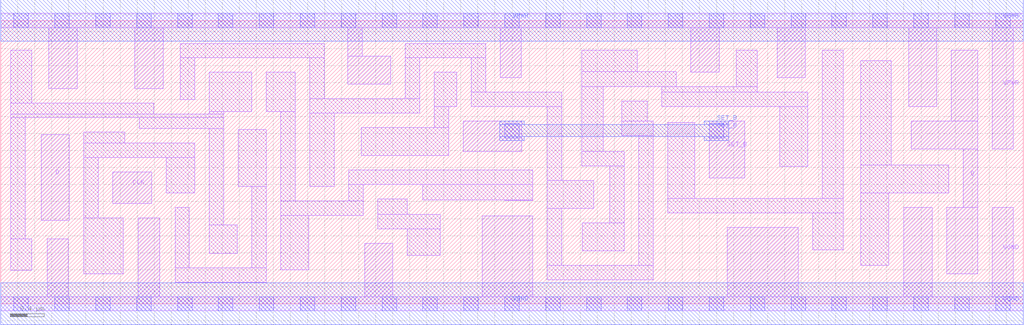
<source format=lef>
# Copyright 2020 The SkyWater PDK Authors
#
# Licensed under the Apache License, Version 2.0 (the "License");
# you may not use this file except in compliance with the License.
# You may obtain a copy of the License at
#
#     https://www.apache.org/licenses/LICENSE-2.0
#
# Unless required by applicable law or agreed to in writing, software
# distributed under the License is distributed on an "AS IS" BASIS,
# WITHOUT WARRANTIES OR CONDITIONS OF ANY KIND, either express or implied.
# See the License for the specific language governing permissions and
# limitations under the License.
#
# SPDX-License-Identifier: Apache-2.0

VERSION 5.7 ;
  NAMESCASESENSITIVE ON ;
  NOWIREEXTENSIONATPIN ON ;
  DIVIDERCHAR "/" ;
  BUSBITCHARS "[]" ;
UNITS
  DATABASE MICRONS 200 ;
END UNITS
MACRO sky130_fd_sc_ms__dfstp_2
  CLASS CORE ;
  SOURCE USER ;
  FOREIGN sky130_fd_sc_ms__dfstp_2 ;
  ORIGIN  0.000000  0.000000 ;
  SIZE  12.00000 BY  3.330000 ;
  SYMMETRY X Y ;
  SITE unit ;
  PIN D
    ANTENNAGATEAREA  0.138600 ;
    DIRECTION INPUT ;
    USE SIGNAL ;
    PORT
      LAYER li1 ;
        RECT 0.475000 0.980000 0.805000 1.990000 ;
    END
  END D
  PIN Q
    ANTENNADIFFAREA  0.509600 ;
    DIRECTION OUTPUT ;
    USE SIGNAL ;
    PORT
      LAYER li1 ;
        RECT 10.685000 1.820000 11.465000 2.150000 ;
        RECT 11.100000 0.350000 11.465000 1.130000 ;
        RECT 11.155000 2.150000 11.465000 2.980000 ;
        RECT 11.295000 1.130000 11.465000 1.820000 ;
    END
  END Q
  PIN SET_B
    ANTENNAGATEAREA  0.277200 ;
    DIRECTION INPUT ;
    USE SIGNAL ;
    PORT
      LAYER li1 ;
        RECT 5.425000 1.790000 6.115000 2.150000 ;
        RECT 8.315000 1.480000 8.730000 2.150000 ;
      LAYER mcon ;
        RECT 5.915000 1.950000 6.085000 2.120000 ;
        RECT 8.315000 1.950000 8.485000 2.120000 ;
      LAYER met1 ;
        RECT 5.855000 1.920000 6.145000 1.965000 ;
        RECT 5.855000 1.965000 8.545000 2.105000 ;
        RECT 5.855000 2.105000 6.145000 2.150000 ;
        RECT 8.255000 1.920000 8.545000 1.965000 ;
        RECT 8.255000 2.105000 8.545000 2.150000 ;
    END
  END SET_B
  PIN CLK
    ANTENNAGATEAREA  0.312600 ;
    DIRECTION INPUT ;
    USE CLOCK ;
    PORT
      LAYER li1 ;
        RECT 1.315000 1.180000 1.775000 1.550000 ;
    END
  END CLK
  PIN VGND
    DIRECTION INOUT ;
    USE GROUND ;
    PORT
      LAYER li1 ;
        RECT  0.000000 -0.085000 12.000000 0.085000 ;
        RECT  0.545000  0.085000  0.795000 0.765000 ;
        RECT  1.615000  0.085000  1.865000 1.010000 ;
        RECT  4.270000  0.085000  4.600000 0.710000 ;
        RECT  5.650000  0.085000  6.245000 1.030000 ;
        RECT  8.525000  0.085000  9.360000 0.900000 ;
        RECT 10.600000  0.085000 10.930000 1.130000 ;
        RECT 11.635000  0.085000 11.885000 1.130000 ;
      LAYER mcon ;
        RECT  0.155000 -0.085000  0.325000 0.085000 ;
        RECT  0.635000 -0.085000  0.805000 0.085000 ;
        RECT  1.115000 -0.085000  1.285000 0.085000 ;
        RECT  1.595000 -0.085000  1.765000 0.085000 ;
        RECT  2.075000 -0.085000  2.245000 0.085000 ;
        RECT  2.555000 -0.085000  2.725000 0.085000 ;
        RECT  3.035000 -0.085000  3.205000 0.085000 ;
        RECT  3.515000 -0.085000  3.685000 0.085000 ;
        RECT  3.995000 -0.085000  4.165000 0.085000 ;
        RECT  4.475000 -0.085000  4.645000 0.085000 ;
        RECT  4.955000 -0.085000  5.125000 0.085000 ;
        RECT  5.435000 -0.085000  5.605000 0.085000 ;
        RECT  5.915000 -0.085000  6.085000 0.085000 ;
        RECT  6.395000 -0.085000  6.565000 0.085000 ;
        RECT  6.875000 -0.085000  7.045000 0.085000 ;
        RECT  7.355000 -0.085000  7.525000 0.085000 ;
        RECT  7.835000 -0.085000  8.005000 0.085000 ;
        RECT  8.315000 -0.085000  8.485000 0.085000 ;
        RECT  8.795000 -0.085000  8.965000 0.085000 ;
        RECT  9.275000 -0.085000  9.445000 0.085000 ;
        RECT  9.755000 -0.085000  9.925000 0.085000 ;
        RECT 10.235000 -0.085000 10.405000 0.085000 ;
        RECT 10.715000 -0.085000 10.885000 0.085000 ;
        RECT 11.195000 -0.085000 11.365000 0.085000 ;
        RECT 11.675000 -0.085000 11.845000 0.085000 ;
      LAYER met1 ;
        RECT 0.000000 -0.245000 12.000000 0.245000 ;
    END
  END VGND
  PIN VPWR
    DIRECTION INOUT ;
    USE POWER ;
    PORT
      LAYER li1 ;
        RECT  0.000000 3.245000 12.000000 3.415000 ;
        RECT  0.565000 2.530000  0.895000 3.245000 ;
        RECT  1.575000 2.530000  1.905000 3.245000 ;
        RECT  4.070000 2.580000  4.575000 2.910000 ;
        RECT  4.070000 2.910000  4.240000 3.245000 ;
        RECT  5.860000 2.660000  6.110000 3.245000 ;
        RECT  8.100000 2.720000  8.430000 3.245000 ;
        RECT  9.110000 2.660000  9.440000 3.245000 ;
        RECT 10.655000 2.320000 10.985000 3.245000 ;
        RECT 11.635000 1.820000 11.885000 3.245000 ;
      LAYER mcon ;
        RECT  0.155000 3.245000  0.325000 3.415000 ;
        RECT  0.635000 3.245000  0.805000 3.415000 ;
        RECT  1.115000 3.245000  1.285000 3.415000 ;
        RECT  1.595000 3.245000  1.765000 3.415000 ;
        RECT  2.075000 3.245000  2.245000 3.415000 ;
        RECT  2.555000 3.245000  2.725000 3.415000 ;
        RECT  3.035000 3.245000  3.205000 3.415000 ;
        RECT  3.515000 3.245000  3.685000 3.415000 ;
        RECT  3.995000 3.245000  4.165000 3.415000 ;
        RECT  4.475000 3.245000  4.645000 3.415000 ;
        RECT  4.955000 3.245000  5.125000 3.415000 ;
        RECT  5.435000 3.245000  5.605000 3.415000 ;
        RECT  5.915000 3.245000  6.085000 3.415000 ;
        RECT  6.395000 3.245000  6.565000 3.415000 ;
        RECT  6.875000 3.245000  7.045000 3.415000 ;
        RECT  7.355000 3.245000  7.525000 3.415000 ;
        RECT  7.835000 3.245000  8.005000 3.415000 ;
        RECT  8.315000 3.245000  8.485000 3.415000 ;
        RECT  8.795000 3.245000  8.965000 3.415000 ;
        RECT  9.275000 3.245000  9.445000 3.415000 ;
        RECT  9.755000 3.245000  9.925000 3.415000 ;
        RECT 10.235000 3.245000 10.405000 3.415000 ;
        RECT 10.715000 3.245000 10.885000 3.415000 ;
        RECT 11.195000 3.245000 11.365000 3.415000 ;
        RECT 11.675000 3.245000 11.845000 3.415000 ;
      LAYER met1 ;
        RECT 0.000000 3.085000 12.000000 3.575000 ;
    END
  END VPWR
  OBS
    LAYER li1 ;
      RECT  0.115000 0.395000  0.365000 0.765000 ;
      RECT  0.115000 0.765000  0.285000 2.190000 ;
      RECT  0.115000 2.190000  2.615000 2.230000 ;
      RECT  0.115000 2.230000  1.795000 2.360000 ;
      RECT  0.115000 2.360000  0.365000 2.980000 ;
      RECT  0.975000 0.350000  1.435000 1.010000 ;
      RECT  0.975000 1.010000  1.145000 1.720000 ;
      RECT  0.975000 1.720000  2.275000 1.890000 ;
      RECT  0.975000 1.890000  1.455000 2.020000 ;
      RECT  1.625000 2.060000  2.615000 2.190000 ;
      RECT  1.945000 1.300000  2.275000 1.720000 ;
      RECT  2.045000 0.255000  3.115000 0.425000 ;
      RECT  2.045000 0.425000  2.215000 1.130000 ;
      RECT  2.105000 2.400000  2.275000 2.890000 ;
      RECT  2.105000 2.890000  3.795000 3.060000 ;
      RECT  2.445000 0.595000  2.775000 0.925000 ;
      RECT  2.445000 0.925000  2.615000 2.060000 ;
      RECT  2.445000 2.230000  2.615000 2.260000 ;
      RECT  2.445000 2.260000  2.945000 2.720000 ;
      RECT  2.785000 1.380000  3.115000 2.050000 ;
      RECT  2.945000 0.425000  3.115000 1.380000 ;
      RECT  3.115000 2.260000  3.455000 2.720000 ;
      RECT  3.285000 0.400000  3.615000 1.040000 ;
      RECT  3.285000 1.040000  4.255000 1.210000 ;
      RECT  3.285000 1.210000  3.455000 2.260000 ;
      RECT  3.625000 1.380000  3.915000 2.240000 ;
      RECT  3.625000 2.240000  4.915000 2.410000 ;
      RECT  3.625000 2.410000  3.795000 2.890000 ;
      RECT  4.085000 1.210000  4.255000 1.400000 ;
      RECT  4.085000 1.400000  6.245000 1.570000 ;
      RECT  4.230000 1.740000  5.255000 2.070000 ;
      RECT  4.425000 0.880000  5.160000 1.050000 ;
      RECT  4.425000 1.050000  4.770000 1.230000 ;
      RECT  4.745000 2.410000  4.915000 2.890000 ;
      RECT  4.745000 2.890000  5.690000 3.060000 ;
      RECT  4.770000 0.570000  5.160000 0.880000 ;
      RECT  4.950000 1.220000  6.245000 1.400000 ;
      RECT  5.085000 2.070000  5.255000 2.320000 ;
      RECT  5.085000 2.320000  5.350000 2.720000 ;
      RECT  5.520000 2.320000  6.585000 2.490000 ;
      RECT  5.520000 2.490000  5.690000 2.890000 ;
      RECT  5.915000 1.215000  6.245000 1.220000 ;
      RECT  6.415000 0.280000  7.660000 0.450000 ;
      RECT  6.415000 0.450000  6.585000 1.120000 ;
      RECT  6.415000 1.120000  6.960000 1.450000 ;
      RECT  6.415000 1.450000  6.585000 2.320000 ;
      RECT  6.820000 1.620000  7.320000 1.790000 ;
      RECT  6.820000 1.790000  7.070000 2.550000 ;
      RECT  6.820000 2.550000  7.930000 2.730000 ;
      RECT  6.820000 2.730000  7.470000 2.980000 ;
      RECT  6.825000 0.620000  7.320000 0.950000 ;
      RECT  7.150000 0.950000  7.320000 1.620000 ;
      RECT  7.290000 1.980000  7.660000 2.150000 ;
      RECT  7.290000 2.150000  7.590000 2.380000 ;
      RECT  7.490000 0.450000  7.660000 1.980000 ;
      RECT  7.760000 2.320000  9.470000 2.490000 ;
      RECT  7.760000 2.490000  8.880000 2.550000 ;
      RECT  7.830000 1.070000  9.890000 1.240000 ;
      RECT  7.830000 1.240000  8.145000 2.130000 ;
      RECT  8.630000 2.550000  8.880000 2.980000 ;
      RECT  9.140000 1.615000  9.470000 2.320000 ;
      RECT  9.530000 0.635000  9.890000 1.070000 ;
      RECT  9.640000 1.240000  9.890000 2.980000 ;
      RECT 10.090000 0.450000 10.420000 1.300000 ;
      RECT 10.090000 1.300000 11.125000 1.630000 ;
      RECT 10.090000 1.630000 10.450000 2.860000 ;
  END
END sky130_fd_sc_ms__dfstp_2

</source>
